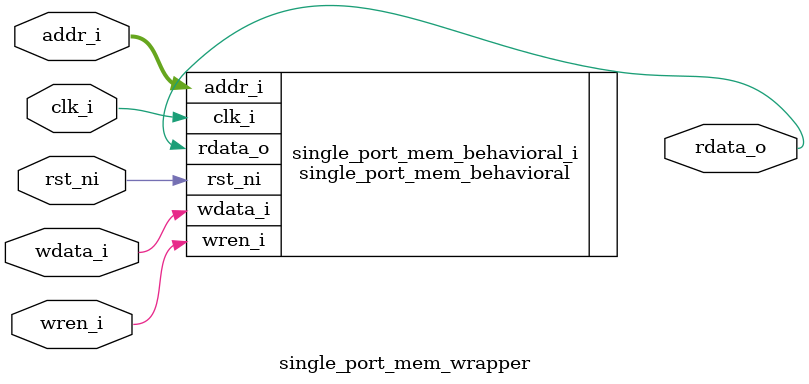
<source format=sv>

`include "e_gpu.vh"

module single_port_mem_wrapper #(
    parameter DATAW               = 1,
    parameter SIZE                = 1,
    parameter BYTEENW             = 1,
    parameter ADDRW               = $clog2(SIZE),
    parameter NUM_BANKS_PER_GROUP = (SIZE  % 256) ? ((SIZE  / 256) + 1) : (SIZE  / 256),
    parameter NUM_GROUPS          = (DATAW %  32) ? ((DATAW /  32) + 1) : (DATAW /  32),
    parameter NUM_BANKS_BITS      = $clog2(NUM_BANKS_PER_GROUP)
)(
    input  logic               clk_i,
    input  logic               rst_ni,
    input  logic [ADDRW-1:0]   addr_i,
    input  logic [BYTEENW-1:0] wren_i,
    input  logic [DATAW-1:0]   wdata_i,
    output logic [DATAW-1:0]   rdata_o
);

`ifdef ARM_SRAM

    localparam BANK_WORD_BITS    = 32;
    localparam BANK_ADDR_BITS    = 8;
    localparam BANK_BYTEENW_BITS = 4;
    localparam BANK_BITENW_BITS  = 32;

    logic [(NUM_BANKS_BITS+BANK_ADDR_BITS)-1:0] addr;
    logic                                       cen[NUM_BANKS_PER_GROUP];

    logic [                  (BYTEENW*8)-1:0] wren_bit;
    logic [(BANK_BITENW_BITS*NUM_GROUPS)-1:0] wren;

    logic [  (BANK_WORD_BITS*NUM_GROUPS)-1:0] wdata;

    logic [             BANK_WORD_BITS-1:0] rdata[NUM_BANKS_PER_GROUP][NUM_GROUPS];
    logic [(BANK_WORD_BITS*NUM_GROUPS)-1:0] rdata_out;

    if (ADDRW > BANK_ADDR_BITS) begin
        always_comb begin
            addr = addr_i;
            for (int bank = 0; bank < NUM_BANKS_PER_GROUP; bank++) begin
                cen[bank] = 1'b0;
            end
            cen[addr[NUM_BANKS_BITS+(BANK_ADDR_BITS-1):BANK_ADDR_BITS]] = 1'b1;
        end
    end
    else if (ADDRW == BANK_ADDR_BITS) begin
        assign addr   = addr_i;
        assign cen[0] = 1'b1;
    end
    else begin
        assign addr   = {{(BANK_ADDR_BITS-ADDRW){1'b0}}, addr_i};
        assign cen[0] = 1'b1;
    end

    if (BYTEENW > 1) begin
        for (genvar i = 0; i < BYTEENW; i++) begin
            assign wren_bit[(i*8)+7:i*8] = {8{wren_i[i]}};
        end
        if (DATAW == (BANK_WORD_BITS*NUM_GROUPS)) begin
            assign wren = wren_bit;
        end
        else begin
            assign wren = {{((BANK_WORD_BITS*NUM_GROUPS)-DATAW){1'b0}}, wren_bit};
        end
    end

    if (DATAW == (BANK_WORD_BITS*NUM_GROUPS)) begin
        assign wdata = wdata_i;
    end
    else begin
        assign wdata = {{((BANK_WORD_BITS*NUM_GROUPS)-DATAW){1'b0}}, wdata_i};
    end

    assign rdata_o = rdata_out[DATAW-1:0];

    generate

        for (genvar group = 0; group < NUM_GROUPS; group++) begin : gen_groups

            for (genvar bank = 0; bank < NUM_BANKS_PER_GROUP; bank++) begin : gen_banks

                if (BYTEENW > 1) begin

                    rf256x32m2 arm_sram_i (
                        .CTLSO     (),
                        .Q         (rdata[bank][group]),
                        .SO        (),
                        .WENSO     (),
                        .PRDYN     (),
                        .CLK       (clk_i),
                        .CEN       (~rst_ni | ~cen[bank]),
                        .GWEN      (~(|wren[((BANK_BITENW_BITS*group)+(BANK_BITENW_BITS-1)):(BANK_BITENW_BITS*group)])),
                        .A         (addr[(BANK_ADDR_BITS-1):0]),
                        .D         (wdata[((BANK_WORD_BITS*group)+(BANK_WORD_BITS-1)):(BANK_WORD_BITS*group)]),
                        .WEN       (~wren[((BANK_BITENW_BITS*group)+(BANK_BITENW_BITS-1)):(BANK_BITENW_BITS*group)]),
                        .STOV      (1'b0),
                        .EMA       (3'b111),
                        .EMAW      (2'b11),
                        .EMAS      (1'b1),
                        .TEN       (1'b1),
                        .TCEN      (1'b1),
                        .TGWEN     (1'b1),
                        .TA        (8'd0),
                        .TD        (32'd0),
                        .TWEN      (32'd0),
                        .SI        (2'b00),
                        .SE        (1'b0),
                        .DFTRAMBYP (1'b0),
                        .PGEN      (1'b0),
                        .RET1N     (1'b1),
                        .RET2N     (1'b1),
                        .CTLSI     (1'b0),
                        .WENSI     (2'b0)
                    );

                end
                else begin

                    rf256x32m2 arm_sram_i (
                        .CTLSO     (),
                        .Q         (rdata[bank][group]),
                        .SO        (),
                        .WENSO     (),
                        .PRDYN     (),
                        .CLK       (clk_i),
                        .CEN       (~rst_ni | ~cen[bank]),
                        .GWEN      (~wren_i),
                        .A         (addr[(BANK_ADDR_BITS-1):0]),
                        .D         (wdata[((BANK_WORD_BITS*group)+(BANK_WORD_BITS-1)):(BANK_WORD_BITS*group)]),
                        .WEN       ({BANK_BITENW_BITS{~wren_i}}),
                        .STOV      (1'b0),
                        .EMA       (3'b111),
                        .EMAW      (2'b11),
                        .EMAS      (1'b1),
                        .TEN       (1'b1),
                        .TCEN      (1'b1),
                        .TGWEN     (1'b1),
                        .TA        (8'd0),
                        .TD        (32'd0),
                        .TWEN      (32'd0),
                        .SI        (2'b00),
                        .SE        (1'b0),
                        .DFTRAMBYP (1'b0),
                        .PGEN      (1'b0),
                        .RET1N     (1'b1),
                        .RET2N     (1'b1),
                        .CTLSI     (1'b0),
                        .WENSI     (2'b0)
                    );

                end

            end

            if (NUM_BANKS_PER_GROUP > 1) begin
                assign rdata_out[((BANK_WORD_BITS*group)+(BANK_WORD_BITS-1)):(BANK_WORD_BITS*group)] = rdata[addr[NUM_BANKS_BITS+(BANK_ADDR_BITS-1):BANK_ADDR_BITS]][group];
            end
            else begin
                assign rdata_out[((BANK_WORD_BITS*group)+(BANK_WORD_BITS-1)):(BANK_WORD_BITS*group)] = rdata[0][group];
            end

        end

    endgenerate

`else

    single_port_mem_behavioral #(
        .DATAW   (DATAW),
        .SIZE    (SIZE),
        .BYTEENW (BYTEENW)
    ) single_port_mem_behavioral_i (
        .clk_i   (clk_i),
        .rst_ni  (rst_ni),
        .addr_i  (addr_i),
        .wren_i  (wren_i),
        .wdata_i (wdata_i),
        .rdata_o (rdata_o)
    );

`endif

endmodule

</source>
